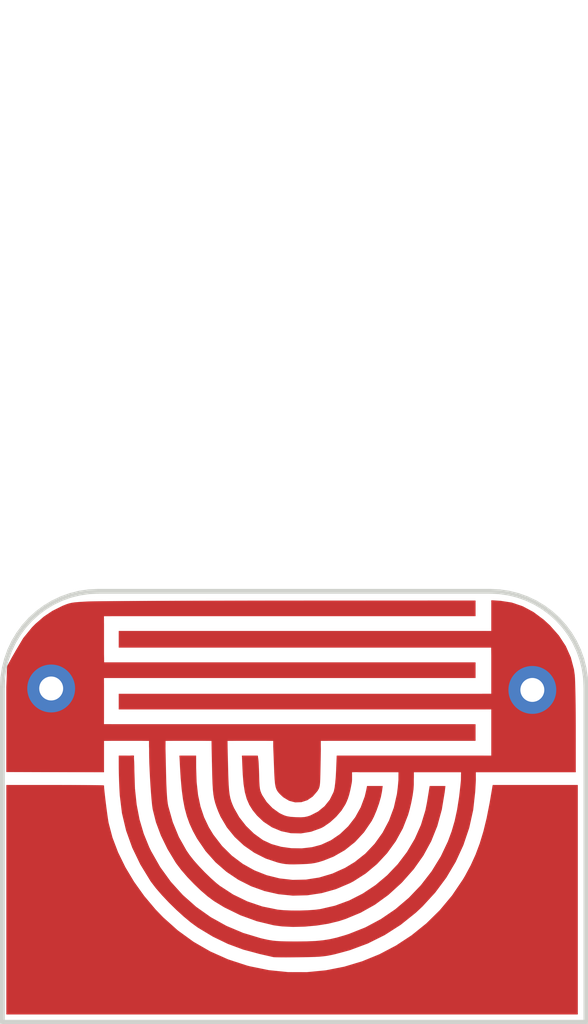
<source format=kicad_pcb>
(kicad_pcb (version 20171130) (host pcbnew "(5.1.10)-1")

  (general
    (thickness 1.6)
    (drawings 0)
    (tracks 0)
    (zones 0)
    (modules 1)
    (nets 3)
  )

  (page A4)
  (layers
    (0 F.Cu signal)
    (31 B.Cu signal)
    (32 B.Adhes user)
    (33 F.Adhes user)
    (34 B.Paste user)
    (35 F.Paste user)
    (36 B.SilkS user)
    (37 F.SilkS user)
    (38 B.Mask user)
    (39 F.Mask user)
    (40 Dwgs.User user)
    (41 Cmts.User user)
    (42 Eco1.User user)
    (43 Eco2.User user)
    (44 Edge.Cuts user)
    (45 Margin user)
    (46 B.CrtYd user)
    (47 F.CrtYd user)
    (48 B.Fab user)
    (49 F.Fab user)
  )

  (setup
    (last_trace_width 0.25)
    (trace_clearance 0.2)
    (zone_clearance 0.508)
    (zone_45_only no)
    (trace_min 0.2)
    (via_size 0.8)
    (via_drill 0.4)
    (via_min_size 0.4)
    (via_min_drill 0.3)
    (uvia_size 0.3)
    (uvia_drill 0.1)
    (uvias_allowed no)
    (uvia_min_size 0.2)
    (uvia_min_drill 0.1)
    (edge_width 0.05)
    (segment_width 0.2)
    (pcb_text_width 0.3)
    (pcb_text_size 1.5 1.5)
    (mod_edge_width 0.12)
    (mod_text_size 1 1)
    (mod_text_width 0.15)
    (pad_size 1.524 1.524)
    (pad_drill 0.762)
    (pad_to_mask_clearance 0)
    (aux_axis_origin 0 0)
    (visible_elements 7FFFFFFF)
    (pcbplotparams
      (layerselection 0x010fc_ffffffff)
      (usegerberextensions false)
      (usegerberattributes true)
      (usegerberadvancedattributes true)
      (creategerberjobfile true)
      (excludeedgelayer true)
      (linewidth 0.100000)
      (plotframeref false)
      (viasonmask false)
      (mode 1)
      (useauxorigin false)
      (hpglpennumber 1)
      (hpglpenspeed 20)
      (hpglpendiameter 15.000000)
      (psnegative false)
      (psa4output false)
      (plotreference true)
      (plotvalue true)
      (plotinvisibletext false)
      (padsonsilk false)
      (subtractmaskfromsilk false)
      (outputformat 1)
      (mirror false)
      (drillshape 1)
      (scaleselection 1)
      (outputdirectory ""))
  )

  (net 0 "")
  (net 1 "Net-(J1-Pad1)")
  (net 2 "Net-(J1-Pad2)")

  (net_class Default "This is the default net class."
    (clearance 0.2)
    (trace_width 0.25)
    (via_dia 0.8)
    (via_drill 0.4)
    (uvia_dia 0.3)
    (uvia_drill 0.1)
    (add_net "Net-(J1-Pad1)")
    (add_net "Net-(J1-Pad2)")
  )

  (module BYTE_Sensors:BiteSensor_PCB (layer F.Cu) (tedit 612D1C5C) (tstamp 612D7DDA)
    (at 156.02 82.87)
    (path /6123C33D)
    (fp_text reference J1 (at 8.51 11.08) (layer F.SilkS) hide
      (effects (font (size 1.27 1.27) (thickness 0.15)))
    )
    (fp_text value Bite (at 5.53 10.9) (layer F.SilkS) hide
      (effects (font (size 1.27 1.27) (thickness 0.15)))
    )
    (fp_poly (pts (xy 8.79602 15.83436) (xy 8.79602 15.84452) (xy 8.69442 16.48206) (xy 8.54964 17.00276)
      (xy 8.40994 17.40662) (xy 8.128 17.90954) (xy 7.89178 18.2372) (xy 7.45236 18.71472)
      (xy 6.99262 19.08048) (xy 6.46938 19.3929) (xy 5.57784 19.685) (xy 4.97586 19.7739)
      (xy 4.4958 19.76628) (xy 3.98018 19.71802) (xy 3.3401 19.54022) (xy 2.7559 19.26844)
      (xy 2.28092 18.95602) (xy 1.90246 18.62328) (xy 1.5875 18.28038) (xy 1.35382 17.95018)
      (xy 1.22428 17.75714) (xy 0.97536 17.25168) (xy 0.92456 17.04086) (xy 0.8382 16.62176)
      (xy 0.8001 16.17472) (xy 0.67056 15.82674)) (layer F.Mask) (width 0.1))
    (fp_poly (pts (xy 9.6 12.3) (xy 10.3 12.7) (xy 10.7 13.5) (xy 10.8 14)
      (xy 10.8 16.05534) (xy -1.4 16.05534) (xy -1.4 14) (xy -1.31 13.52)
      (xy -1.17 13.14) (xy -0.94 12.8) (xy -0.49 12.41) (xy -0.19 12.26)
      (xy 0.3 12.1) (xy 9.1 12.1)) (layer F.Mask) (width 0.1))
    (fp_line (start -1.4 14.1) (end -1.4 14.1) (layer Edge.Cuts) (width 0.1))
    (fp_line (start -1.39021 13.90232) (end -1.4 14.1) (layer Edge.Cuts) (width 0.1))
    (fp_line (start -1.36122 13.708) (end -1.39021 13.90232) (layer Edge.Cuts) (width 0.1))
    (fp_line (start -1.31355 13.51833) (end -1.36122 13.708) (layer Edge.Cuts) (width 0.1))
    (fp_line (start -1.24776 13.33463) (end -1.31355 13.51833) (layer Edge.Cuts) (width 0.1))
    (fp_line (start -1.16439 13.15822) (end -1.24776 13.33463) (layer Edge.Cuts) (width 0.1))
    (fp_line (start -1.06398 12.9904) (end -1.16439 13.15822) (layer Edge.Cuts) (width 0.1))
    (fp_line (start -0.94707 12.83248) (end -1.06398 12.9904) (layer Edge.Cuts) (width 0.1))
    (fp_line (start -0.81421 12.68579) (end -0.94707 12.83248) (layer Edge.Cuts) (width 0.1))
    (fp_line (start -0.66752 12.55293) (end -0.81421 12.68579) (layer Edge.Cuts) (width 0.1))
    (fp_line (start -0.5096 12.43602) (end -0.66752 12.55293) (layer Edge.Cuts) (width 0.1))
    (fp_line (start -0.34178 12.33561) (end -0.5096 12.43602) (layer Edge.Cuts) (width 0.1))
    (fp_line (start -0.16537 12.25224) (end -0.34178 12.33561) (layer Edge.Cuts) (width 0.1))
    (fp_line (start 0.01833 12.18645) (end -0.16537 12.25224) (layer Edge.Cuts) (width 0.1))
    (fp_line (start 0.208 12.13878) (end 0.01833 12.18645) (layer Edge.Cuts) (width 0.1))
    (fp_line (start 0.40232 12.10979) (end 0.208 12.13878) (layer Edge.Cuts) (width 0.1))
    (fp_line (start 0.6 12.1) (end 0.40232 12.10979) (layer Edge.Cuts) (width 0.1))
    (fp_line (start 8.8 12.1) (end 0.6 12.1) (layer Edge.Cuts) (width 0.1))
    (fp_line (start 8.99768 12.10979) (end 8.8 12.1) (layer Edge.Cuts) (width 0.1))
    (fp_line (start 9.192 12.13878) (end 8.99768 12.10979) (layer Edge.Cuts) (width 0.1))
    (fp_line (start 9.38167 12.18645) (end 9.192 12.13878) (layer Edge.Cuts) (width 0.1))
    (fp_line (start 9.56537 12.25224) (end 9.38167 12.18645) (layer Edge.Cuts) (width 0.1))
    (fp_line (start 9.74178 12.33561) (end 9.56537 12.25224) (layer Edge.Cuts) (width 0.1))
    (fp_line (start 9.9096 12.43602) (end 9.74178 12.33561) (layer Edge.Cuts) (width 0.1))
    (fp_line (start 10.06752 12.55293) (end 9.9096 12.43602) (layer Edge.Cuts) (width 0.1))
    (fp_line (start 10.21421 12.68579) (end 10.06752 12.55293) (layer Edge.Cuts) (width 0.1))
    (fp_line (start 10.34707 12.83248) (end 10.21421 12.68579) (layer Edge.Cuts) (width 0.1))
    (fp_line (start 10.46398 12.9904) (end 10.34707 12.83248) (layer Edge.Cuts) (width 0.1))
    (fp_line (start 10.56439 13.15822) (end 10.46398 12.9904) (layer Edge.Cuts) (width 0.1))
    (fp_line (start 10.64776 13.33463) (end 10.56439 13.15822) (layer Edge.Cuts) (width 0.1))
    (fp_line (start 10.71355 13.51833) (end 10.64776 13.33463) (layer Edge.Cuts) (width 0.1))
    (fp_line (start 10.76122 13.708) (end 10.71355 13.51833) (layer Edge.Cuts) (width 0.1))
    (fp_line (start 10.79021 13.90232) (end 10.76122 13.708) (layer Edge.Cuts) (width 0.1))
    (fp_line (start 10.8 14.1) (end 10.79021 13.90232) (layer Edge.Cuts) (width 0.1))
    (fp_line (start 10.8 21.1) (end 10.8 14.1) (layer Edge.Cuts) (width 0.1))
    (fp_line (start -1.4 21.1) (end 10.8 21.1) (layer Edge.Cuts) (width 0.1))
    (fp_line (start -1.4 14.1) (end -1.4 21.1) (layer Edge.Cuts) (width 0.1))
    (fp_poly (pts (xy 8.487834 12.615334) (xy 0.889 12.615334) (xy 0.83312 12.61618) (xy 0.79248 12.61618)
      (xy 0.71882 12.61618) (xy 0.71882 12.71778) (xy 0.71882 12.75588) (xy 0.719667 12.784667)
      (xy 0.719667 13.419667) (xy 0.72136 13.5001) (xy 0.72136 13.54836) (xy 0.7239 13.589)
      (xy 0.7874 13.589) (xy 0.83566 13.589) (xy 0.889 13.589) (xy 8.487834 13.589)
      (xy 8.487834 13.9065) (xy 0.889 13.9065) (xy 0.71882 13.9065) (xy 0.719667 14.097)
      (xy 0.719667 14.729445) (xy 0.71882 14.84122) (xy 0.71882 14.87932) (xy 0.76708 14.87932)
      (xy 0.8128 14.87932) (xy 0.84836 14.87932) (xy 0.891682 14.880167) (xy 8.487834 14.880167)
      (xy 8.487834 15.218834) (xy 5.421222 15.218834) (xy 5.334 15.21968) (xy 5.25272 15.21968)
      (xy 5.25272 15.25524) (xy 5.25272 15.29588) (xy 5.25272 15.33144) (xy 5.253855 15.390453)
      (xy 5.246303 15.787733) (xy 5.24349 15.926753) (xy 5.240471 16.030369) (xy 5.236302 16.105503)
      (xy 5.23004 16.159078) (xy 5.220743 16.198017) (xy 5.207468 16.229242) (xy 5.189272 16.259675)
      (xy 5.180134 16.273587) (xy 5.085196 16.383838) (xy 4.972956 16.459618) (xy 4.849763 16.500019)
      (xy 4.721968 16.504136) (xy 4.595921 16.471063) (xy 4.477972 16.399894) (xy 4.45204 16.377474)
      (xy 4.402273 16.330029) (xy 4.364616 16.287165) (xy 4.337098 16.241907) (xy 4.317749 16.18728)
      (xy 4.304596 16.116308) (xy 4.295668 16.022016) (xy 4.288995 15.897427) (xy 4.284458 15.784455)
      (xy 4.269432 15.390351) (xy 4.2672 15.3416) (xy 4.2672 15.24) (xy 4.2672 15.21968)
      (xy 4.103778 15.218834) (xy 3.4925 15.218834) (xy 3.302 15.21968) (xy 3.303958 15.388167)
      (xy 3.315042 15.827375) (xy 3.320129 16.003006) (xy 3.326245 16.143414) (xy 3.334488 16.25571)
      (xy 3.345951 16.347006) (xy 3.36173 16.424412) (xy 3.382921 16.495038) (xy 3.410617 16.565997)
      (xy 3.438383 16.628187) (xy 3.547653 16.820494) (xy 3.689968 17.002524) (xy 3.856043 17.164049)
      (xy 4.036588 17.294844) (xy 4.052439 17.304296) (xy 4.227318 17.385305) (xy 4.42679 17.441163)
      (xy 4.640824 17.471077) (xy 4.859389 17.474252) (xy 5.072455 17.449896) (xy 5.262195 17.399987)
      (xy 5.471144 17.304661) (xy 5.662826 17.173818) (xy 5.833415 17.012084) (xy 5.979088 16.824085)
      (xy 6.096019 16.614446) (xy 6.180384 16.387793) (xy 6.212916 16.250202) (xy 6.227711 16.171334)
      (xy 6.545954 16.171334) (xy 6.531397 16.282459) (xy 6.508547 16.396884) (xy 6.469491 16.532256)
      (xy 6.419638 16.673122) (xy 6.364399 16.804031) (xy 6.315629 16.898724) (xy 6.156352 17.131677)
      (xy 5.969667 17.33349) (xy 5.757602 17.502502) (xy 5.522185 17.637048) (xy 5.313461 17.720386)
      (xy 5.221519 17.748995) (xy 5.141712 17.768781) (xy 5.060874 17.781786) (xy 4.965835 17.790052)
      (xy 4.843428 17.79562) (xy 4.823903 17.796283) (xy 4.695629 17.799372) (xy 4.597154 17.798276)
      (xy 4.516066 17.79205) (xy 4.439957 17.779753) (xy 4.358236 17.760901) (xy 4.107218 17.677101)
      (xy 3.870994 17.558043) (xy 3.654204 17.407685) (xy 3.461486 17.229984) (xy 3.297479 17.028897)
      (xy 3.166821 16.808381) (xy 3.120639 16.7051) (xy 3.083367 16.609033) (xy 3.054469 16.522845)
      (xy 3.032717 16.438566) (xy 3.016879 16.348228) (xy 3.005726 16.243862) (xy 2.998028 16.1175)
      (xy 2.992555 15.961174) (xy 2.990037 15.859125) (xy 2.979447 15.388167) (xy 2.97688 15.21968)
      (xy 2.794 15.218834) (xy 2.180167 15.218834) (xy 2.0066 15.21968) (xy 2.005329 15.388167)
      (xy 2.017004 15.912042) (xy 2.023035 16.124033) (xy 2.03088 16.29651) (xy 2.040727 16.432263)
      (xy 2.052762 16.534079) (xy 2.062004 16.584084) (xy 2.157247 16.921789) (xy 2.285016 17.232788)
      (xy 2.445159 17.516738) (xy 2.509393 17.610449) (xy 2.59623 17.720725) (xy 2.706519 17.84547)
      (xy 2.829914 17.97415) (xy 2.956072 18.096231) (xy 3.074648 18.201182) (xy 3.142239 18.254838)
      (xy 3.420511 18.436336) (xy 3.718476 18.581131) (xy 4.03214 18.687575) (xy 4.34975 18.752929)
      (xy 4.481816 18.765865) (xy 4.641334 18.772489) (xy 4.813919 18.772959) (xy 4.985188 18.767433)
      (xy 5.140756 18.756066) (xy 5.242383 18.743177) (xy 5.553713 18.671715) (xy 5.853133 18.56197)
      (xy 6.137551 18.417028) (xy 6.403873 18.239974) (xy 6.649006 18.033892) (xy 6.869858 17.801869)
      (xy 7.063336 17.546988) (xy 7.226346 17.272336) (xy 7.355797 16.980998) (xy 7.448594 16.676058)
      (xy 7.481991 16.509173) (xy 7.49774 16.413145) (xy 7.51213 16.325299) (xy 7.522924 16.259304)
      (xy 7.526052 16.240125) (xy 7.537252 16.171334) (xy 7.857711 16.171334) (xy 7.843249 16.293042)
      (xy 7.782226 16.659599) (xy 7.688562 17.000606) (xy 7.560768 17.319181) (xy 7.397354 17.618441)
      (xy 7.196831 17.901502) (xy 6.957708 18.171481) (xy 6.933924 18.195564) (xy 6.666097 18.438661)
      (xy 6.38527 18.642483) (xy 6.088334 18.808919) (xy 5.772175 18.939856) (xy 5.633648 18.984499)
      (xy 5.415046 19.037799) (xy 5.174573 19.076239) (xy 4.924635 19.099021) (xy 4.677641 19.105346)
      (xy 4.446002 19.094414) (xy 4.275667 19.071914) (xy 3.922805 18.986865) (xy 3.577181 18.861844)
      (xy 3.244573 18.699188) (xy 3.026834 18.566991) (xy 2.897896 18.471922) (xy 2.755753 18.350182)
      (xy 2.609599 18.211022) (xy 2.468631 18.06369) (xy 2.342044 17.917437) (xy 2.239034 17.781512)
      (xy 2.224354 17.759833) (xy 2.05552 17.480131) (xy 1.918185 17.198858) (xy 1.814834 16.92183)
      (xy 1.747956 16.65486) (xy 1.745206 16.639565) (xy 1.73474 16.563187) (xy 1.72361 16.453038)
      (xy 1.712359 16.31766) (xy 1.701532 16.1656) (xy 1.691673 16.0054) (xy 1.683327 15.845605)
      (xy 1.677038 15.694759) (xy 1.673351 15.561407) (xy 1.672636 15.50057) (xy 1.672167 15.390722)
      (xy 1.67 15.33) (xy 1.67 15.27) (xy 1.67 15.23) (xy 1.67 15.22)
      (xy 1.63 15.22) (xy 1.500278 15.218834) (xy 0.889 15.218834) (xy 0.72 15.22)
      (xy 0.719667 15.388167) (xy 0.719667 15.875) (xy -1.31318 15.870599) (xy -1.31318 14.096322)
      (xy -0.741247 14.100723) (xy -0.731737 14.214294) (xy -0.71832 14.259664) (xy -0.670909 14.341063)
      (xy -0.598976 14.416561) (xy -0.518824 14.469058) (xy -0.518583 14.469166) (xy -0.432117 14.492124)
      (xy -0.32813 14.497662) (xy -0.225849 14.486246) (xy -0.147836 14.460157) (xy -0.086922 14.412555)
      (xy -0.02531 14.338401) (xy -0.005291 14.307635) (xy 0.048977 14.183281) (xy 0.062573 14.061611)
      (xy 0.037073 13.947798) (xy -0.025946 13.847013) (xy -0.124907 13.764427) (xy -0.179916 13.734963)
      (xy -0.296917 13.701988) (xy -0.419288 13.704015) (xy -0.534812 13.739347) (xy -0.620603 13.796182)
      (xy -0.682766 13.877842) (xy -0.723952 13.983964) (xy -0.741247 14.100723) (xy -1.31318 14.097449)
      (xy -1.29794 13.66774) (xy -1.20142 13.48994) (xy -1.108745 13.329005) (xy -0.960417 13.080293)
      (xy -0.777713 12.856076) (xy -0.704204 12.78212) (xy -0.531306 12.632894) (xy -0.352751 12.513522)
      (xy -0.151784 12.413005) (xy -0.12341 12.400863) (xy -0.061765 12.376084) (xy -0.006406 12.357847)
      (xy 0.05181 12.344649) (xy 0.122027 12.334985) (xy 0.21339 12.32735) (xy 0.335043 12.32024)
      (xy 0.381 12.317873) (xy 0.438785 12.316017) (xy 0.536551 12.314201) (xy 0.671946 12.312437)
      (xy 0.842618 12.310735) (xy 1.046215 12.309105) (xy 1.280384 12.307559) (xy 1.542775 12.306107)
      (xy 1.831034 12.304758) (xy 2.142809 12.303524) (xy 2.475748 12.302415) (xy 2.8275 12.301442)
      (xy 3.195711 12.300615) (xy 3.578031 12.299944) (xy 3.972106 12.29944) (xy 4.375586 12.299114)
      (xy 4.609042 12.299012) (xy 8.487834 12.297834) (xy 8.487834 12.615334)) (layer F.Cu) (width 0.01))
    (fp_poly (pts (xy 9.014729 12.303762) (xy 9.250097 12.339981) (xy 9.478885 12.41777) (xy 9.701289 12.537227)
      (xy 9.917507 12.698451) (xy 10.045505 12.816417) (xy 10.230549 13.025642) (xy 10.375275 13.247272)
      (xy 10.480071 13.482081) (xy 10.545324 13.730844) (xy 10.562129 13.849803) (xy 10.566539 13.913011)
      (xy 10.570639 14.012936) (xy 10.574326 14.143961) (xy 10.577494 14.300472) (xy 10.580037 14.476852)
      (xy 10.58185 14.667485) (xy 10.582827 14.866755) (xy 10.582967 14.959542) (xy 10.583334 15.875)
      (xy 8.682055 15.875) (xy 8.64616 15.875) (xy 8.59536 15.875) (xy 8.54456 15.875)
      (xy 8.49376 15.875) (xy 8.49376 15.95628) (xy 8.494309 16.044334) (xy 8.480996 16.282459)
      (xy 8.438688 16.665075) (xy 8.355817 17.0388) (xy 8.233695 17.400965) (xy 8.073632 17.7489)
      (xy 7.876939 18.079937) (xy 7.644928 18.391405) (xy 7.37891 18.680635) (xy 7.239 18.811251)
      (xy 6.925656 19.061837) (xy 6.591234 19.275777) (xy 6.236599 19.452627) (xy 5.862619 19.591943)
      (xy 5.554586 19.675053) (xy 5.46839 19.693861) (xy 5.39148 19.708255) (xy 5.315672 19.718939)
      (xy 5.232787 19.726614) (xy 5.13464 19.731984) (xy 5.013052 19.73575) (xy 4.85984 19.738616)
      (xy 4.804834 19.739429) (xy 4.66178 19.741005) (xy 4.531167 19.741578) (xy 4.419522 19.74119)
      (xy 4.333368 19.739881) (xy 4.279233 19.737692) (xy 4.265084 19.736037) (xy 4.22824 19.727377)
      (xy 4.160119 19.711753) (xy 4.070753 19.691455) (xy 3.979334 19.67083) (xy 3.634876 19.578419)
      (xy 3.313744 19.459841) (xy 3.00476 19.310299) (xy 2.696745 19.124992) (xy 2.67567 19.111048)
      (xy 2.541979 19.01331) (xy 2.393327 18.889764) (xy 2.237886 18.748459) (xy 2.083826 18.597445)
      (xy 1.939318 18.44477) (xy 1.812533 18.298484) (xy 1.711642 18.166634) (xy 1.700477 18.150417)
      (xy 1.488929 17.804795) (xy 1.319219 17.453661) (xy 1.191141 17.096437) (xy 1.104489 16.732544)
      (xy 1.059056 16.361405) (xy 1.058397 16.35125) (xy 1.05071 16.211884) (xy 1.044286 16.061148)
      (xy 1.039757 15.916353) (xy 1.037755 15.794807) (xy 1.037719 15.785042) (xy 1.037167 15.536334)
      (xy 1.183069 15.536334) (xy 1.2573 15.53718) (xy 1.31064 15.53464) (xy 1.3462 15.53464)
      (xy 1.3462 15.569815) (xy 1.34693 15.60347) (xy 1.35111 15.669593) (xy 1.353901 15.758324)
      (xy 1.354848 15.850273) (xy 1.366683 16.218326) (xy 1.402396 16.556218) (xy 1.46315 16.869509)
      (xy 1.550103 17.163762) (xy 1.664417 17.444535) (xy 1.705264 17.529054) (xy 1.895574 17.862659)
      (xy 2.117626 18.169172) (xy 2.369388 18.447023) (xy 2.648827 18.694641) (xy 2.95391 18.910456)
      (xy 3.282605 19.092899) (xy 3.63288 19.240399) (xy 4.002701 19.351385) (xy 4.090479 19.371619)
      (xy 4.171405 19.38806) (xy 4.24761 19.400264) (xy 4.327636 19.408833) (xy 4.420023 19.414367)
      (xy 4.533315 19.417466) (xy 4.676052 19.418732) (xy 4.7625 19.418865) (xy 4.971307 19.416626)
      (xy 5.148466 19.408884) (xy 5.304473 19.394102) (xy 5.449827 19.37074) (xy 5.595027 19.337262)
      (xy 5.75057 19.292128) (xy 5.851893 19.259259) (xy 6.19131 19.123958) (xy 6.51442 18.951446)
      (xy 6.817943 18.74479) (xy 7.098599 18.507057) (xy 7.353109 18.241314) (xy 7.578193 17.950629)
      (xy 7.77057 17.638069) (xy 7.919129 17.325903) (xy 7.996787 17.116831) (xy 8.060378 16.8984)
      (xy 8.111823 16.662062) (xy 8.153043 16.399272) (xy 8.179769 16.166042) (xy 8.19187 16.044334)
      (xy 8.19404 15.875) (xy 8.001 15.875) (xy 7.366 15.875) (xy 7.30504 15.875)
      (xy 7.2644 15.875) (xy 7.19836 15.875) (xy 7.19836 15.9004) (xy 7.19836 15.98168)
      (xy 7.196667 16.044334) (xy 7.196667 16.136811) (xy 7.190109 16.237981) (xy 7.172058 16.366171)
      (xy 7.144945 16.508422) (xy 7.111203 16.651778) (xy 7.078253 16.767618) (xy 6.967891 17.050341)
      (xy 6.820302 17.318631) (xy 6.639451 17.567833) (xy 6.429298 17.793289) (xy 6.193808 17.990345)
      (xy 5.936943 18.154344) (xy 5.866556 18.191291) (xy 5.574522 18.315382) (xy 5.275918 18.39955)
      (xy 4.974139 18.444793) (xy 4.672579 18.452108) (xy 4.374631 18.422491) (xy 4.08369 18.356939)
      (xy 3.803148 18.256449) (xy 3.5364 18.122018) (xy 3.28684 17.954643) (xy 3.057862 17.755321)
      (xy 2.852858 17.525048) (xy 2.675224 17.264821) (xy 2.667466 17.251632) (xy 2.585191 17.100618)
      (xy 2.516866 16.950689) (xy 2.460991 16.795492) (xy 2.416066 16.628672) (xy 2.38059 16.443878)
      (xy 2.353062 16.234754) (xy 2.331983 15.994949) (xy 2.318637 15.774459) (xy 2.306415 15.536334)
      (xy 2.645834 15.536334) (xy 2.6462 15.785042) (xy 2.65619 16.086406) (xy 2.686241 16.355662)
      (xy 2.737887 16.598769) (xy 2.812663 16.821683) (xy 2.912104 17.030362) (xy 3.007135 17.186122)
      (xy 3.189308 17.422488) (xy 3.395777 17.626263) (xy 3.623019 17.796766) (xy 3.867513 17.933315)
      (xy 4.125737 18.03523) (xy 4.394169 18.101831) (xy 4.669287 18.132435) (xy 4.947568 18.126364)
      (xy 5.225492 18.082934) (xy 5.499535 18.001467) (xy 5.766177 17.88128) (xy 5.969 17.758694)
      (xy 6.190791 17.583027) (xy 6.386238 17.376737) (xy 6.552814 17.144201) (xy 6.687992 16.889795)
      (xy 6.789243 16.617895) (xy 6.854041 16.332877) (xy 6.871068 16.196879) (xy 6.885246 16.044334)
      (xy 6.88594 15.875) (xy 6.709834 15.875) (xy 6.074834 15.875) (xy 5.99694 15.87246)
      (xy 5.9055 15.875) (xy 5.9055 15.9766) (xy 5.9055 16.03756) (xy 5.90296 16.07566)
      (xy 5.896707 16.114811) (xy 5.870626 16.244291) (xy 5.846609 16.343627) (xy 5.821109 16.424638)
      (xy 5.790581 16.49914) (xy 5.765978 16.550438) (xy 5.684743 16.67923) (xy 5.574422 16.80712)
      (xy 5.4469 16.922556) (xy 5.314062 17.013986) (xy 5.260091 17.042193) (xy 5.052864 17.117338)
      (xy 4.842481 17.152369) (xy 4.633603 17.148199) (xy 4.43089 17.105742) (xy 4.239002 17.025913)
      (xy 4.062599 16.909626) (xy 3.926269 16.780531) (xy 3.836746 16.670427) (xy 3.766439 16.557525)
      (xy 3.713014 16.434569) (xy 3.674135 16.294305) (xy 3.647465 16.129476) (xy 3.63067 15.932828)
      (xy 3.626427 15.849072) (xy 3.612891 15.536334) (xy 3.935082 15.536334) (xy 3.945969 15.605125)
      (xy 3.950556 15.651885) (xy 3.955319 15.730582) (xy 3.959739 15.830826) (xy 3.963293 15.942228)
      (xy 3.96373 15.959667) (xy 3.967216 16.078063) (xy 3.972104 16.163935) (xy 3.979992 16.22709)
      (xy 3.992478 16.277337) (xy 4.011161 16.324483) (xy 4.029254 16.361834) (xy 4.12148 16.503874)
      (xy 4.243758 16.631502) (xy 4.383859 16.732404) (xy 4.41325 16.748453) (xy 4.485493 16.782443)
      (xy 4.551669 16.803642) (xy 4.62788 16.815821) (xy 4.730228 16.822749) (xy 4.73075 16.822773)
      (xy 4.834756 16.825373) (xy 4.912555 16.820689) (xy 4.979927 16.806844) (xy 5.043003 16.785637)
      (xy 5.201277 16.704897) (xy 5.338743 16.592638) (xy 5.449068 16.455508) (xy 5.525917 16.300152)
      (xy 5.536693 16.267541) (xy 5.550869 16.200483) (xy 5.563844 16.100814) (xy 5.574574 15.978258)
      (xy 5.581773 15.848542) (xy 5.594427 15.536334) (xy 8.636 15.536334) (xy 8.8265 15.53718)
      (xy 8.8265 15.367) (xy 8.8265 14.753167) (xy 8.8265 14.56182) (xy 8.636 14.562667)
      (xy 1.037167 14.562667) (xy 1.037167 14.245167) (xy 8.636 14.245167) (xy 8.631882 14.24432)
      (xy 9.249719 14.24432) (xy 9.283138 14.250868) (xy 9.342726 14.357671) (xy 9.428419 14.440027)
      (xy 9.46117 14.459935) (xy 9.547258 14.4883) (xy 9.652531 14.498502) (xy 9.757684 14.49001)
      (xy 9.827305 14.470024) (xy 9.927969 14.407182) (xy 9.998627 14.322598) (xy 10.040383 14.223237)
      (xy 10.054345 14.116064) (xy 10.041618 14.008043) (xy 10.003308 13.906141) (xy 9.94052 13.817321)
      (xy 9.854362 13.748549) (xy 9.745938 13.706791) (xy 9.705056 13.70008) (xy 9.592982 13.705633)
      (xy 9.483416 13.742896) (xy 9.385757 13.805512) (xy 9.309401 13.887122) (xy 9.263748 13.98137)
      (xy 9.259006 14.001828) (xy 9.249719 14.24686) (xy 8.8265 14.25448) (xy 8.8265 14.14018)
      (xy 8.8265 14.075834) (xy 8.8265 13.440834) (xy 8.82396 13.2715) (xy 8.636 13.2715)
      (xy 1.037167 13.2715) (xy 1.037167 12.932834) (xy 8.636 12.932834) (xy 8.8265 12.93368)
      (xy 8.8265 12.7635) (xy 8.8265 12.291567) (xy 9.014729 12.303762)) (layer F.Cu) (width 0.01))
    (fp_poly (pts (xy -0.093466 16.150335) (xy 0.095903 16.150816) (xy 0.267684 16.151577) (xy 0.417788 16.152584)
      (xy 0.542122 16.153803) (xy 0.636599 16.155203) (xy 0.697126 16.156747) (xy 0.719614 16.158404)
      (xy 0.719667 16.158489) (xy 0.722481 16.205433) (xy 0.730144 16.284872) (xy 0.741486 16.387399)
      (xy 0.755336 16.503608) (xy 0.770525 16.62409) (xy 0.785882 16.739439) (xy 0.800238 16.840246)
      (xy 0.812423 16.917105) (xy 0.817281 16.943348) (xy 0.897219 17.245876) (xy 1.014725 17.554798)
      (xy 1.166697 17.864756) (xy 1.350034 18.170394) (xy 1.561632 18.466354) (xy 1.798391 18.747278)
      (xy 1.957336 18.912417) (xy 2.265235 19.187161) (xy 2.594881 19.425601) (xy 2.945888 19.627518)
      (xy 3.317867 19.792693) (xy 3.710431 19.920906) (xy 3.769275 19.936476) (xy 4.169399 20.018121)
      (xy 4.569902 20.05872) (xy 4.968102 20.059398) (xy 5.36132 20.021283) (xy 5.746877 19.9455)
      (xy 6.122091 19.833175) (xy 6.484283 19.685434) (xy 6.830774 19.503403) (xy 7.158882 19.288208)
      (xy 7.465928 19.040975) (xy 7.749231 18.762829) (xy 8.006113 18.454898) (xy 8.233892 18.118306)
      (xy 8.279129 18.041742) (xy 8.395869 17.82428) (xy 8.49688 17.602382) (xy 8.584504 17.368906)
      (xy 8.661082 17.116713) (xy 8.728955 16.838662) (xy 8.790464 16.527613) (xy 8.807377 16.430625)
      (xy 8.855001 16.150167) (xy 10.625667 16.150167) (xy 10.625667 20.933834) (xy -1.312333 20.933834)
      (xy -1.312333 16.150167) (xy -0.296333 16.150167) (xy -0.093466 16.150335)) (layer F.Cu) (width 0.01))
    (pad 1 thru_hole circle (at -0.38 14.13) (size 1 1) (drill 0.5) (layers *.Cu *.Mask)
      (net 1 "Net-(J1-Pad1)"))
    (pad 2 thru_hole circle (at 9.68 14.16) (size 1 1) (drill 0.5) (layers *.Cu *.Mask)
      (net 2 "Net-(J1-Pad2)"))
  )

)

</source>
